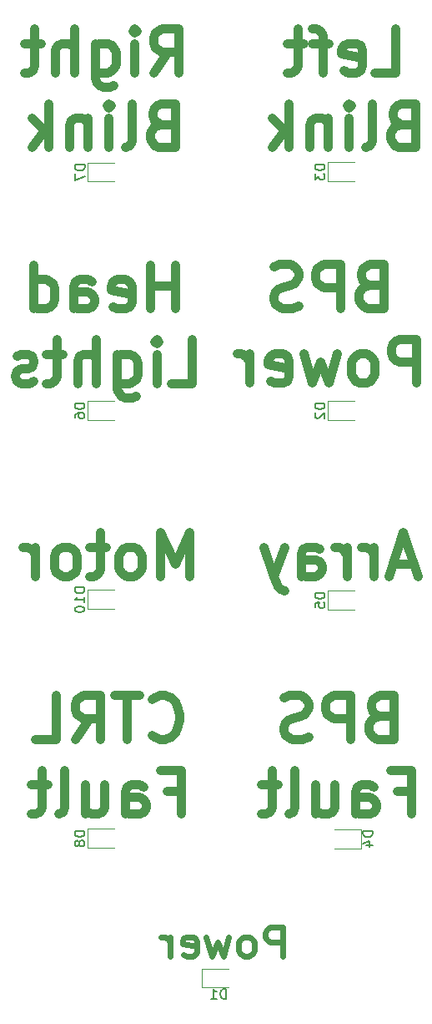
<source format=gbr>
G04 #@! TF.GenerationSoftware,KiCad,Pcbnew,(5.1.5)-3*
G04 #@! TF.CreationDate,2021-11-23T22:40:54-06:00*
G04 #@! TF.ProjectId,Controls-LightingPCB,436f6e74-726f-46c7-932d-4c6967687469,rev?*
G04 #@! TF.SameCoordinates,Original*
G04 #@! TF.FileFunction,Legend,Bot*
G04 #@! TF.FilePolarity,Positive*
%FSLAX46Y46*%
G04 Gerber Fmt 4.6, Leading zero omitted, Abs format (unit mm)*
G04 Created by KiCad (PCBNEW (5.1.5)-3) date 2021-11-23 22:40:54*
%MOMM*%
%LPD*%
G04 APERTURE LIST*
%ADD10C,0.600000*%
%ADD11C,0.889000*%
%ADD12C,0.120000*%
%ADD13C,0.150000*%
G04 APERTURE END LIST*
D10*
X161678569Y-147107142D02*
X161678569Y-144107143D01*
X160535712Y-144107143D01*
X160249998Y-144250000D01*
X160107141Y-144392857D01*
X159964284Y-144678571D01*
X159964284Y-145107143D01*
X160107141Y-145392857D01*
X160249998Y-145535714D01*
X160535712Y-145678571D01*
X161678569Y-145678571D01*
X158249999Y-147107142D02*
X158535713Y-146964285D01*
X158678570Y-146821428D01*
X158821427Y-146535714D01*
X158821427Y-145678571D01*
X158678570Y-145392857D01*
X158535713Y-145250000D01*
X158249999Y-145107143D01*
X157821427Y-145107143D01*
X157535713Y-145250000D01*
X157392856Y-145392857D01*
X157249999Y-145678571D01*
X157249999Y-146535714D01*
X157392856Y-146821428D01*
X157535713Y-146964285D01*
X157821427Y-147107142D01*
X158249999Y-147107142D01*
X156249999Y-145107143D02*
X155678571Y-147107142D01*
X155107143Y-145678571D01*
X154535714Y-147107142D01*
X153964286Y-145107143D01*
X151678572Y-146964285D02*
X151964286Y-147107142D01*
X152535715Y-147107142D01*
X152821429Y-146964285D01*
X152964286Y-146678571D01*
X152964286Y-145535714D01*
X152821429Y-145250000D01*
X152535715Y-145107143D01*
X151964286Y-145107143D01*
X151678572Y-145250000D01*
X151535715Y-145535714D01*
X151535715Y-145821428D01*
X152964286Y-146107142D01*
X150250001Y-147107142D02*
X150250001Y-145107143D01*
X150250001Y-145678571D02*
X150107144Y-145392857D01*
X149964287Y-145250000D01*
X149678573Y-145107143D01*
X149392859Y-145107143D01*
D11*
X152261166Y-108530833D02*
X152261166Y-104085833D01*
X150779500Y-107260833D01*
X149297833Y-104085833D01*
X149297833Y-108530833D01*
X146546166Y-108530833D02*
X146969500Y-108319166D01*
X147181166Y-108107500D01*
X147392833Y-107684166D01*
X147392833Y-106414166D01*
X147181166Y-105990833D01*
X146969500Y-105779166D01*
X146546166Y-105567500D01*
X145911166Y-105567500D01*
X145487833Y-105779166D01*
X145276166Y-105990833D01*
X145064500Y-106414166D01*
X145064500Y-107684166D01*
X145276166Y-108107500D01*
X145487833Y-108319166D01*
X145911166Y-108530833D01*
X146546166Y-108530833D01*
X143794500Y-105567500D02*
X142101166Y-105567500D01*
X143159500Y-104085833D02*
X143159500Y-107895833D01*
X142947833Y-108319166D01*
X142524500Y-108530833D01*
X142101166Y-108530833D01*
X139984500Y-108530833D02*
X140407833Y-108319166D01*
X140619500Y-108107500D01*
X140831166Y-107684166D01*
X140831166Y-106414166D01*
X140619500Y-105990833D01*
X140407833Y-105779166D01*
X139984500Y-105567500D01*
X139349500Y-105567500D01*
X138926166Y-105779166D01*
X138714500Y-105990833D01*
X138502833Y-106414166D01*
X138502833Y-107684166D01*
X138714500Y-108107500D01*
X138926166Y-108319166D01*
X139349500Y-108530833D01*
X139984500Y-108530833D01*
X136597833Y-108530833D02*
X136597833Y-105567500D01*
X136597833Y-106414166D02*
X136386166Y-105990833D01*
X136174500Y-105779166D01*
X135751166Y-105567500D01*
X135327833Y-105567500D01*
X148578166Y-57508583D02*
X150059833Y-55391916D01*
X151118166Y-57508583D02*
X151118166Y-53063583D01*
X149424833Y-53063583D01*
X149001500Y-53275250D01*
X148789833Y-53486916D01*
X148578166Y-53910250D01*
X148578166Y-54545250D01*
X148789833Y-54968583D01*
X149001500Y-55180250D01*
X149424833Y-55391916D01*
X151118166Y-55391916D01*
X146673166Y-57508583D02*
X146673166Y-54545250D01*
X146673166Y-53063583D02*
X146884833Y-53275250D01*
X146673166Y-53486916D01*
X146461500Y-53275250D01*
X146673166Y-53063583D01*
X146673166Y-53486916D01*
X142651500Y-54545250D02*
X142651500Y-58143583D01*
X142863166Y-58566916D01*
X143074833Y-58778583D01*
X143498166Y-58990250D01*
X144133166Y-58990250D01*
X144556500Y-58778583D01*
X142651500Y-57296916D02*
X143074833Y-57508583D01*
X143921500Y-57508583D01*
X144344833Y-57296916D01*
X144556500Y-57085250D01*
X144768166Y-56661916D01*
X144768166Y-55391916D01*
X144556500Y-54968583D01*
X144344833Y-54756916D01*
X143921500Y-54545250D01*
X143074833Y-54545250D01*
X142651500Y-54756916D01*
X140534833Y-57508583D02*
X140534833Y-53063583D01*
X138629833Y-57508583D02*
X138629833Y-55180250D01*
X138841500Y-54756916D01*
X139264833Y-54545250D01*
X139899833Y-54545250D01*
X140323166Y-54756916D01*
X140534833Y-54968583D01*
X137148166Y-54545250D02*
X135454833Y-54545250D01*
X136513166Y-53063583D02*
X136513166Y-56873583D01*
X136301500Y-57296916D01*
X135878166Y-57508583D01*
X135454833Y-57508583D01*
X149319000Y-62736750D02*
X148684000Y-62948416D01*
X148472333Y-63160083D01*
X148260666Y-63583416D01*
X148260666Y-64218416D01*
X148472333Y-64641750D01*
X148684000Y-64853416D01*
X149107333Y-65065083D01*
X150800666Y-65065083D01*
X150800666Y-60620083D01*
X149319000Y-60620083D01*
X148895666Y-60831750D01*
X148684000Y-61043416D01*
X148472333Y-61466750D01*
X148472333Y-61890083D01*
X148684000Y-62313416D01*
X148895666Y-62525083D01*
X149319000Y-62736750D01*
X150800666Y-62736750D01*
X145720666Y-65065083D02*
X146144000Y-64853416D01*
X146355666Y-64430083D01*
X146355666Y-60620083D01*
X144027333Y-65065083D02*
X144027333Y-62101750D01*
X144027333Y-60620083D02*
X144239000Y-60831750D01*
X144027333Y-61043416D01*
X143815666Y-60831750D01*
X144027333Y-60620083D01*
X144027333Y-61043416D01*
X141910666Y-62101750D02*
X141910666Y-65065083D01*
X141910666Y-62525083D02*
X141699000Y-62313416D01*
X141275666Y-62101750D01*
X140640666Y-62101750D01*
X140217333Y-62313416D01*
X140005666Y-62736750D01*
X140005666Y-65065083D01*
X137889000Y-65065083D02*
X137889000Y-60620083D01*
X137465666Y-63371750D02*
X136195666Y-65065083D01*
X136195666Y-62101750D02*
X137889000Y-63795083D01*
X148451166Y-124649250D02*
X148662833Y-124860916D01*
X149297833Y-125072583D01*
X149721166Y-125072583D01*
X150356166Y-124860916D01*
X150779500Y-124437583D01*
X150991166Y-124014250D01*
X151202833Y-123167583D01*
X151202833Y-122532583D01*
X150991166Y-121685916D01*
X150779500Y-121262583D01*
X150356166Y-120839250D01*
X149721166Y-120627583D01*
X149297833Y-120627583D01*
X148662833Y-120839250D01*
X148451166Y-121050916D01*
X147181166Y-120627583D02*
X144641166Y-120627583D01*
X145911166Y-125072583D02*
X145911166Y-120627583D01*
X140619500Y-125072583D02*
X142101166Y-122955916D01*
X143159500Y-125072583D02*
X143159500Y-120627583D01*
X141466166Y-120627583D01*
X141042833Y-120839250D01*
X140831166Y-121050916D01*
X140619500Y-121474250D01*
X140619500Y-122109250D01*
X140831166Y-122532583D01*
X141042833Y-122744250D01*
X141466166Y-122955916D01*
X143159500Y-122955916D01*
X136597833Y-125072583D02*
X138714500Y-125072583D01*
X138714500Y-120627583D01*
X149932833Y-130300750D02*
X151414500Y-130300750D01*
X151414500Y-132629083D02*
X151414500Y-128184083D01*
X149297833Y-128184083D01*
X145699500Y-132629083D02*
X145699500Y-130300750D01*
X145911166Y-129877416D01*
X146334500Y-129665750D01*
X147181166Y-129665750D01*
X147604500Y-129877416D01*
X145699500Y-132417416D02*
X146122833Y-132629083D01*
X147181166Y-132629083D01*
X147604500Y-132417416D01*
X147816166Y-131994083D01*
X147816166Y-131570750D01*
X147604500Y-131147416D01*
X147181166Y-130935750D01*
X146122833Y-130935750D01*
X145699500Y-130724083D01*
X141677833Y-129665750D02*
X141677833Y-132629083D01*
X143582833Y-129665750D02*
X143582833Y-131994083D01*
X143371166Y-132417416D01*
X142947833Y-132629083D01*
X142312833Y-132629083D01*
X141889500Y-132417416D01*
X141677833Y-132205750D01*
X138926166Y-132629083D02*
X139349500Y-132417416D01*
X139561166Y-131994083D01*
X139561166Y-128184083D01*
X137867833Y-129665750D02*
X136174500Y-129665750D01*
X137232833Y-128184083D02*
X137232833Y-131994083D01*
X137021166Y-132417416D01*
X136597833Y-132629083D01*
X136174500Y-132629083D01*
X170485666Y-79056250D02*
X169850666Y-79267916D01*
X169639000Y-79479583D01*
X169427333Y-79902916D01*
X169427333Y-80537916D01*
X169639000Y-80961250D01*
X169850666Y-81172916D01*
X170274000Y-81384583D01*
X171967333Y-81384583D01*
X171967333Y-76939583D01*
X170485666Y-76939583D01*
X170062333Y-77151250D01*
X169850666Y-77362916D01*
X169639000Y-77786250D01*
X169639000Y-78209583D01*
X169850666Y-78632916D01*
X170062333Y-78844583D01*
X170485666Y-79056250D01*
X171967333Y-79056250D01*
X167522333Y-81384583D02*
X167522333Y-76939583D01*
X165829000Y-76939583D01*
X165405666Y-77151250D01*
X165194000Y-77362916D01*
X164982333Y-77786250D01*
X164982333Y-78421250D01*
X165194000Y-78844583D01*
X165405666Y-79056250D01*
X165829000Y-79267916D01*
X167522333Y-79267916D01*
X163289000Y-81172916D02*
X162654000Y-81384583D01*
X161595666Y-81384583D01*
X161172333Y-81172916D01*
X160960666Y-80961250D01*
X160749000Y-80537916D01*
X160749000Y-80114583D01*
X160960666Y-79691250D01*
X161172333Y-79479583D01*
X161595666Y-79267916D01*
X162442333Y-79056250D01*
X162865666Y-78844583D01*
X163077333Y-78632916D01*
X163289000Y-78209583D01*
X163289000Y-77786250D01*
X163077333Y-77362916D01*
X162865666Y-77151250D01*
X162442333Y-76939583D01*
X161384000Y-76939583D01*
X160749000Y-77151250D01*
X175248166Y-88941083D02*
X175248166Y-84496083D01*
X173554833Y-84496083D01*
X173131500Y-84707750D01*
X172919833Y-84919416D01*
X172708166Y-85342750D01*
X172708166Y-85977750D01*
X172919833Y-86401083D01*
X173131500Y-86612750D01*
X173554833Y-86824416D01*
X175248166Y-86824416D01*
X170168166Y-88941083D02*
X170591500Y-88729416D01*
X170803166Y-88517750D01*
X171014833Y-88094416D01*
X171014833Y-86824416D01*
X170803166Y-86401083D01*
X170591500Y-86189416D01*
X170168166Y-85977750D01*
X169533166Y-85977750D01*
X169109833Y-86189416D01*
X168898166Y-86401083D01*
X168686500Y-86824416D01*
X168686500Y-88094416D01*
X168898166Y-88517750D01*
X169109833Y-88729416D01*
X169533166Y-88941083D01*
X170168166Y-88941083D01*
X167204833Y-85977750D02*
X166358166Y-88941083D01*
X165511500Y-86824416D01*
X164664833Y-88941083D01*
X163818166Y-85977750D01*
X160431500Y-88729416D02*
X160854833Y-88941083D01*
X161701500Y-88941083D01*
X162124833Y-88729416D01*
X162336500Y-88306083D01*
X162336500Y-86612750D01*
X162124833Y-86189416D01*
X161701500Y-85977750D01*
X160854833Y-85977750D01*
X160431500Y-86189416D01*
X160219833Y-86612750D01*
X160219833Y-87036083D01*
X162336500Y-87459416D01*
X158314833Y-88941083D02*
X158314833Y-85977750D01*
X158314833Y-86824416D02*
X158103166Y-86401083D01*
X157891500Y-86189416D01*
X157468166Y-85977750D01*
X157044833Y-85977750D01*
X174994166Y-107260833D02*
X172877500Y-107260833D01*
X175417500Y-108530833D02*
X173935833Y-104085833D01*
X172454166Y-108530833D01*
X170972500Y-108530833D02*
X170972500Y-105567500D01*
X170972500Y-106414166D02*
X170760833Y-105990833D01*
X170549166Y-105779166D01*
X170125833Y-105567500D01*
X169702500Y-105567500D01*
X168220833Y-108530833D02*
X168220833Y-105567500D01*
X168220833Y-106414166D02*
X168009166Y-105990833D01*
X167797500Y-105779166D01*
X167374166Y-105567500D01*
X166950833Y-105567500D01*
X163564166Y-108530833D02*
X163564166Y-106202500D01*
X163775833Y-105779166D01*
X164199166Y-105567500D01*
X165045833Y-105567500D01*
X165469166Y-105779166D01*
X163564166Y-108319166D02*
X163987500Y-108530833D01*
X165045833Y-108530833D01*
X165469166Y-108319166D01*
X165680833Y-107895833D01*
X165680833Y-107472500D01*
X165469166Y-107049166D01*
X165045833Y-106837500D01*
X163987500Y-106837500D01*
X163564166Y-106625833D01*
X161870833Y-105567500D02*
X160812500Y-108530833D01*
X159754166Y-105567500D02*
X160812500Y-108530833D01*
X161235833Y-109589166D01*
X161447500Y-109800833D01*
X161870833Y-110012500D01*
X171501666Y-122744250D02*
X170866666Y-122955916D01*
X170655000Y-123167583D01*
X170443333Y-123590916D01*
X170443333Y-124225916D01*
X170655000Y-124649250D01*
X170866666Y-124860916D01*
X171290000Y-125072583D01*
X172983333Y-125072583D01*
X172983333Y-120627583D01*
X171501666Y-120627583D01*
X171078333Y-120839250D01*
X170866666Y-121050916D01*
X170655000Y-121474250D01*
X170655000Y-121897583D01*
X170866666Y-122320916D01*
X171078333Y-122532583D01*
X171501666Y-122744250D01*
X172983333Y-122744250D01*
X168538333Y-125072583D02*
X168538333Y-120627583D01*
X166845000Y-120627583D01*
X166421666Y-120839250D01*
X166210000Y-121050916D01*
X165998333Y-121474250D01*
X165998333Y-122109250D01*
X166210000Y-122532583D01*
X166421666Y-122744250D01*
X166845000Y-122955916D01*
X168538333Y-122955916D01*
X164305000Y-124860916D02*
X163670000Y-125072583D01*
X162611666Y-125072583D01*
X162188333Y-124860916D01*
X161976666Y-124649250D01*
X161765000Y-124225916D01*
X161765000Y-123802583D01*
X161976666Y-123379250D01*
X162188333Y-123167583D01*
X162611666Y-122955916D01*
X163458333Y-122744250D01*
X163881666Y-122532583D01*
X164093333Y-122320916D01*
X164305000Y-121897583D01*
X164305000Y-121474250D01*
X164093333Y-121050916D01*
X163881666Y-120839250D01*
X163458333Y-120627583D01*
X162400000Y-120627583D01*
X161765000Y-120839250D01*
X173300833Y-130300750D02*
X174782500Y-130300750D01*
X174782500Y-132629083D02*
X174782500Y-128184083D01*
X172665833Y-128184083D01*
X169067500Y-132629083D02*
X169067500Y-130300750D01*
X169279166Y-129877416D01*
X169702500Y-129665750D01*
X170549166Y-129665750D01*
X170972500Y-129877416D01*
X169067500Y-132417416D02*
X169490833Y-132629083D01*
X170549166Y-132629083D01*
X170972500Y-132417416D01*
X171184166Y-131994083D01*
X171184166Y-131570750D01*
X170972500Y-131147416D01*
X170549166Y-130935750D01*
X169490833Y-130935750D01*
X169067500Y-130724083D01*
X165045833Y-129665750D02*
X165045833Y-132629083D01*
X166950833Y-129665750D02*
X166950833Y-131994083D01*
X166739166Y-132417416D01*
X166315833Y-132629083D01*
X165680833Y-132629083D01*
X165257500Y-132417416D01*
X165045833Y-132205750D01*
X162294166Y-132629083D02*
X162717500Y-132417416D01*
X162929166Y-131994083D01*
X162929166Y-128184083D01*
X161235833Y-129665750D02*
X159542500Y-129665750D01*
X160600833Y-128184083D02*
X160600833Y-131994083D01*
X160389166Y-132417416D01*
X159965833Y-132629083D01*
X159542500Y-132629083D01*
X171057166Y-57508583D02*
X173173833Y-57508583D01*
X173173833Y-53063583D01*
X167882166Y-57296916D02*
X168305500Y-57508583D01*
X169152166Y-57508583D01*
X169575500Y-57296916D01*
X169787166Y-56873583D01*
X169787166Y-55180250D01*
X169575500Y-54756916D01*
X169152166Y-54545250D01*
X168305500Y-54545250D01*
X167882166Y-54756916D01*
X167670500Y-55180250D01*
X167670500Y-55603583D01*
X169787166Y-56026916D01*
X166400500Y-54545250D02*
X164707166Y-54545250D01*
X165765500Y-57508583D02*
X165765500Y-53698583D01*
X165553833Y-53275250D01*
X165130500Y-53063583D01*
X164707166Y-53063583D01*
X163860500Y-54545250D02*
X162167166Y-54545250D01*
X163225500Y-53063583D02*
X163225500Y-56873583D01*
X163013833Y-57296916D01*
X162590500Y-57508583D01*
X162167166Y-57508583D01*
X173703000Y-62736750D02*
X173068000Y-62948416D01*
X172856333Y-63160083D01*
X172644666Y-63583416D01*
X172644666Y-64218416D01*
X172856333Y-64641750D01*
X173068000Y-64853416D01*
X173491333Y-65065083D01*
X175184666Y-65065083D01*
X175184666Y-60620083D01*
X173703000Y-60620083D01*
X173279666Y-60831750D01*
X173068000Y-61043416D01*
X172856333Y-61466750D01*
X172856333Y-61890083D01*
X173068000Y-62313416D01*
X173279666Y-62525083D01*
X173703000Y-62736750D01*
X175184666Y-62736750D01*
X170104666Y-65065083D02*
X170528000Y-64853416D01*
X170739666Y-64430083D01*
X170739666Y-60620083D01*
X168411333Y-65065083D02*
X168411333Y-62101750D01*
X168411333Y-60620083D02*
X168623000Y-60831750D01*
X168411333Y-61043416D01*
X168199666Y-60831750D01*
X168411333Y-60620083D01*
X168411333Y-61043416D01*
X166294666Y-62101750D02*
X166294666Y-65065083D01*
X166294666Y-62525083D02*
X166083000Y-62313416D01*
X165659666Y-62101750D01*
X165024666Y-62101750D01*
X164601333Y-62313416D01*
X164389666Y-62736750D01*
X164389666Y-65065083D01*
X162273000Y-65065083D02*
X162273000Y-60620083D01*
X161849666Y-63371750D02*
X160579666Y-65065083D01*
X160579666Y-62101750D02*
X162273000Y-63795083D01*
X150800666Y-81417583D02*
X150800666Y-76972583D01*
X150800666Y-79089250D02*
X148260666Y-79089250D01*
X148260666Y-81417583D02*
X148260666Y-76972583D01*
X144450666Y-81205916D02*
X144874000Y-81417583D01*
X145720666Y-81417583D01*
X146144000Y-81205916D01*
X146355666Y-80782583D01*
X146355666Y-79089250D01*
X146144000Y-78665916D01*
X145720666Y-78454250D01*
X144874000Y-78454250D01*
X144450666Y-78665916D01*
X144239000Y-79089250D01*
X144239000Y-79512583D01*
X146355666Y-79935916D01*
X140429000Y-81417583D02*
X140429000Y-79089250D01*
X140640666Y-78665916D01*
X141064000Y-78454250D01*
X141910666Y-78454250D01*
X142334000Y-78665916D01*
X140429000Y-81205916D02*
X140852333Y-81417583D01*
X141910666Y-81417583D01*
X142334000Y-81205916D01*
X142545666Y-80782583D01*
X142545666Y-80359250D01*
X142334000Y-79935916D01*
X141910666Y-79724250D01*
X140852333Y-79724250D01*
X140429000Y-79512583D01*
X136407333Y-81417583D02*
X136407333Y-76972583D01*
X136407333Y-81205916D02*
X136830666Y-81417583D01*
X137677333Y-81417583D01*
X138100666Y-81205916D01*
X138312333Y-80994250D01*
X138524000Y-80570916D01*
X138524000Y-79300916D01*
X138312333Y-78877583D01*
X138100666Y-78665916D01*
X137677333Y-78454250D01*
X136830666Y-78454250D01*
X136407333Y-78665916D01*
X150377333Y-88974083D02*
X152494000Y-88974083D01*
X152494000Y-84529083D01*
X148895666Y-88974083D02*
X148895666Y-86010750D01*
X148895666Y-84529083D02*
X149107333Y-84740750D01*
X148895666Y-84952416D01*
X148684000Y-84740750D01*
X148895666Y-84529083D01*
X148895666Y-84952416D01*
X144874000Y-86010750D02*
X144874000Y-89609083D01*
X145085666Y-90032416D01*
X145297333Y-90244083D01*
X145720666Y-90455750D01*
X146355666Y-90455750D01*
X146779000Y-90244083D01*
X144874000Y-88762416D02*
X145297333Y-88974083D01*
X146144000Y-88974083D01*
X146567333Y-88762416D01*
X146779000Y-88550750D01*
X146990666Y-88127416D01*
X146990666Y-86857416D01*
X146779000Y-86434083D01*
X146567333Y-86222416D01*
X146144000Y-86010750D01*
X145297333Y-86010750D01*
X144874000Y-86222416D01*
X142757333Y-88974083D02*
X142757333Y-84529083D01*
X140852333Y-88974083D02*
X140852333Y-86645750D01*
X141064000Y-86222416D01*
X141487333Y-86010750D01*
X142122333Y-86010750D01*
X142545666Y-86222416D01*
X142757333Y-86434083D01*
X139370666Y-86010750D02*
X137677333Y-86010750D01*
X138735666Y-84529083D02*
X138735666Y-88339083D01*
X138524000Y-88762416D01*
X138100666Y-88974083D01*
X137677333Y-88974083D01*
X136407333Y-88762416D02*
X135984000Y-88974083D01*
X135137333Y-88974083D01*
X134714000Y-88762416D01*
X134502333Y-88339083D01*
X134502333Y-88127416D01*
X134714000Y-87704083D01*
X135137333Y-87492416D01*
X135772333Y-87492416D01*
X136195666Y-87280750D01*
X136407333Y-86857416D01*
X136407333Y-86645750D01*
X136195666Y-86222416D01*
X135772333Y-86010750D01*
X135137333Y-86010750D01*
X134714000Y-86222416D01*
D12*
X156200000Y-150260000D02*
X153515000Y-150260000D01*
X153515000Y-150260000D02*
X153515000Y-148340000D01*
X153515000Y-148340000D02*
X156200000Y-148340000D01*
X144578000Y-136097700D02*
X141893000Y-136097700D01*
X141893000Y-136097700D02*
X141893000Y-134177700D01*
X141893000Y-134177700D02*
X144578000Y-134177700D01*
X144578000Y-111881132D02*
X141893000Y-111881132D01*
X141893000Y-111881132D02*
X141893000Y-109961132D01*
X141893000Y-109961132D02*
X144578000Y-109961132D01*
X144600000Y-68560000D02*
X141915000Y-68560000D01*
X141915000Y-68560000D02*
X141915000Y-66640000D01*
X141915000Y-66640000D02*
X144600000Y-66640000D01*
X144578000Y-92744566D02*
X141893000Y-92744566D01*
X141893000Y-92744566D02*
X141893000Y-90824566D01*
X141893000Y-90824566D02*
X144578000Y-90824566D01*
X166277000Y-110040000D02*
X168962000Y-110040000D01*
X166277000Y-111960000D02*
X166277000Y-110040000D01*
X168962000Y-111960000D02*
X166277000Y-111960000D01*
X169647000Y-136131200D02*
X166962000Y-136131200D01*
X169647000Y-134211200D02*
X169647000Y-136131200D01*
X166962000Y-134211200D02*
X169647000Y-134211200D01*
X168962000Y-68528000D02*
X166277000Y-68528000D01*
X166277000Y-68528000D02*
X166277000Y-66608000D01*
X166277000Y-66608000D02*
X168962000Y-66608000D01*
X166277000Y-90824566D02*
X168962000Y-90824566D01*
X166277000Y-92744566D02*
X166277000Y-90824566D01*
X168962000Y-92744566D02*
X166277000Y-92744566D01*
D13*
X155938095Y-151402380D02*
X155938095Y-150402380D01*
X155700000Y-150402380D01*
X155557142Y-150450000D01*
X155461904Y-150545238D01*
X155414285Y-150640476D01*
X155366666Y-150830952D01*
X155366666Y-150973809D01*
X155414285Y-151164285D01*
X155461904Y-151259523D01*
X155557142Y-151354761D01*
X155700000Y-151402380D01*
X155938095Y-151402380D01*
X154414285Y-151402380D02*
X154985714Y-151402380D01*
X154700000Y-151402380D02*
X154700000Y-150402380D01*
X154795238Y-150545238D01*
X154890476Y-150640476D01*
X154985714Y-150688095D01*
X141592880Y-134399604D02*
X140592880Y-134399604D01*
X140592880Y-134637700D01*
X140640500Y-134780557D01*
X140735738Y-134875795D01*
X140830976Y-134923414D01*
X141021452Y-134971033D01*
X141164309Y-134971033D01*
X141354785Y-134923414D01*
X141450023Y-134875795D01*
X141545261Y-134780557D01*
X141592880Y-134637700D01*
X141592880Y-134399604D01*
X141021452Y-135542461D02*
X140973833Y-135447223D01*
X140926214Y-135399604D01*
X140830976Y-135351985D01*
X140783357Y-135351985D01*
X140688119Y-135399604D01*
X140640500Y-135447223D01*
X140592880Y-135542461D01*
X140592880Y-135732938D01*
X140640500Y-135828176D01*
X140688119Y-135875795D01*
X140783357Y-135923414D01*
X140830976Y-135923414D01*
X140926214Y-135875795D01*
X140973833Y-135828176D01*
X141021452Y-135732938D01*
X141021452Y-135542461D01*
X141069071Y-135447223D01*
X141116690Y-135399604D01*
X141211928Y-135351985D01*
X141402404Y-135351985D01*
X141497642Y-135399604D01*
X141545261Y-135447223D01*
X141592880Y-135542461D01*
X141592880Y-135732938D01*
X141545261Y-135828176D01*
X141497642Y-135875795D01*
X141402404Y-135923414D01*
X141211928Y-135923414D01*
X141116690Y-135875795D01*
X141069071Y-135828176D01*
X141021452Y-135732938D01*
X141592880Y-109706846D02*
X140592880Y-109706846D01*
X140592880Y-109944941D01*
X140640500Y-110087798D01*
X140735738Y-110183036D01*
X140830976Y-110230655D01*
X141021452Y-110278274D01*
X141164309Y-110278274D01*
X141354785Y-110230655D01*
X141450023Y-110183036D01*
X141545261Y-110087798D01*
X141592880Y-109944941D01*
X141592880Y-109706846D01*
X141592880Y-111230655D02*
X141592880Y-110659227D01*
X141592880Y-110944941D02*
X140592880Y-110944941D01*
X140735738Y-110849703D01*
X140830976Y-110754465D01*
X140878595Y-110659227D01*
X140592880Y-111849703D02*
X140592880Y-111944941D01*
X140640500Y-112040179D01*
X140688119Y-112087798D01*
X140783357Y-112135417D01*
X140973833Y-112183036D01*
X141211928Y-112183036D01*
X141402404Y-112135417D01*
X141497642Y-112087798D01*
X141545261Y-112040179D01*
X141592880Y-111944941D01*
X141592880Y-111849703D01*
X141545261Y-111754465D01*
X141497642Y-111706846D01*
X141402404Y-111659227D01*
X141211928Y-111611608D01*
X140973833Y-111611608D01*
X140783357Y-111659227D01*
X140688119Y-111706846D01*
X140640500Y-111754465D01*
X140592880Y-111849703D01*
X141614880Y-66861904D02*
X140614880Y-66861904D01*
X140614880Y-67100000D01*
X140662500Y-67242857D01*
X140757738Y-67338095D01*
X140852976Y-67385714D01*
X141043452Y-67433333D01*
X141186309Y-67433333D01*
X141376785Y-67385714D01*
X141472023Y-67338095D01*
X141567261Y-67242857D01*
X141614880Y-67100000D01*
X141614880Y-66861904D01*
X140614880Y-67766666D02*
X140614880Y-68433333D01*
X141614880Y-68004761D01*
X141592880Y-91046470D02*
X140592880Y-91046470D01*
X140592880Y-91284566D01*
X140640500Y-91427423D01*
X140735738Y-91522661D01*
X140830976Y-91570280D01*
X141021452Y-91617899D01*
X141164309Y-91617899D01*
X141354785Y-91570280D01*
X141450023Y-91522661D01*
X141545261Y-91427423D01*
X141592880Y-91284566D01*
X141592880Y-91046470D01*
X140592880Y-92475042D02*
X140592880Y-92284566D01*
X140640500Y-92189327D01*
X140688119Y-92141708D01*
X140830976Y-92046470D01*
X141021452Y-91998851D01*
X141402404Y-91998851D01*
X141497642Y-92046470D01*
X141545261Y-92094089D01*
X141592880Y-92189327D01*
X141592880Y-92379804D01*
X141545261Y-92475042D01*
X141497642Y-92522661D01*
X141402404Y-92570280D01*
X141164309Y-92570280D01*
X141069071Y-92522661D01*
X141021452Y-92475042D01*
X140973833Y-92379804D01*
X140973833Y-92189327D01*
X141021452Y-92094089D01*
X141069071Y-92046470D01*
X141164309Y-91998851D01*
X165976880Y-110261904D02*
X164976880Y-110261904D01*
X164976880Y-110500000D01*
X165024500Y-110642857D01*
X165119738Y-110738095D01*
X165214976Y-110785714D01*
X165405452Y-110833333D01*
X165548309Y-110833333D01*
X165738785Y-110785714D01*
X165834023Y-110738095D01*
X165929261Y-110642857D01*
X165976880Y-110500000D01*
X165976880Y-110261904D01*
X164976880Y-111738095D02*
X164976880Y-111261904D01*
X165453071Y-111214285D01*
X165405452Y-111261904D01*
X165357833Y-111357142D01*
X165357833Y-111595238D01*
X165405452Y-111690476D01*
X165453071Y-111738095D01*
X165548309Y-111785714D01*
X165786404Y-111785714D01*
X165881642Y-111738095D01*
X165929261Y-111690476D01*
X165976880Y-111595238D01*
X165976880Y-111357142D01*
X165929261Y-111261904D01*
X165881642Y-111214285D01*
X170851880Y-134433104D02*
X169851880Y-134433104D01*
X169851880Y-134671200D01*
X169899500Y-134814057D01*
X169994738Y-134909295D01*
X170089976Y-134956914D01*
X170280452Y-135004533D01*
X170423309Y-135004533D01*
X170613785Y-134956914D01*
X170709023Y-134909295D01*
X170804261Y-134814057D01*
X170851880Y-134671200D01*
X170851880Y-134433104D01*
X170185214Y-135861676D02*
X170851880Y-135861676D01*
X169804261Y-135623580D02*
X170518547Y-135385485D01*
X170518547Y-136004533D01*
X165976880Y-66829904D02*
X164976880Y-66829904D01*
X164976880Y-67068000D01*
X165024500Y-67210857D01*
X165119738Y-67306095D01*
X165214976Y-67353714D01*
X165405452Y-67401333D01*
X165548309Y-67401333D01*
X165738785Y-67353714D01*
X165834023Y-67306095D01*
X165929261Y-67210857D01*
X165976880Y-67068000D01*
X165976880Y-66829904D01*
X164976880Y-67734666D02*
X164976880Y-68353714D01*
X165357833Y-68020380D01*
X165357833Y-68163238D01*
X165405452Y-68258476D01*
X165453071Y-68306095D01*
X165548309Y-68353714D01*
X165786404Y-68353714D01*
X165881642Y-68306095D01*
X165929261Y-68258476D01*
X165976880Y-68163238D01*
X165976880Y-67877523D01*
X165929261Y-67782285D01*
X165881642Y-67734666D01*
X165976880Y-91046470D02*
X164976880Y-91046470D01*
X164976880Y-91284566D01*
X165024500Y-91427423D01*
X165119738Y-91522661D01*
X165214976Y-91570280D01*
X165405452Y-91617899D01*
X165548309Y-91617899D01*
X165738785Y-91570280D01*
X165834023Y-91522661D01*
X165929261Y-91427423D01*
X165976880Y-91284566D01*
X165976880Y-91046470D01*
X165072119Y-91998851D02*
X165024500Y-92046470D01*
X164976880Y-92141708D01*
X164976880Y-92379804D01*
X165024500Y-92475042D01*
X165072119Y-92522661D01*
X165167357Y-92570280D01*
X165262595Y-92570280D01*
X165405452Y-92522661D01*
X165976880Y-91951232D01*
X165976880Y-92570280D01*
M02*

</source>
